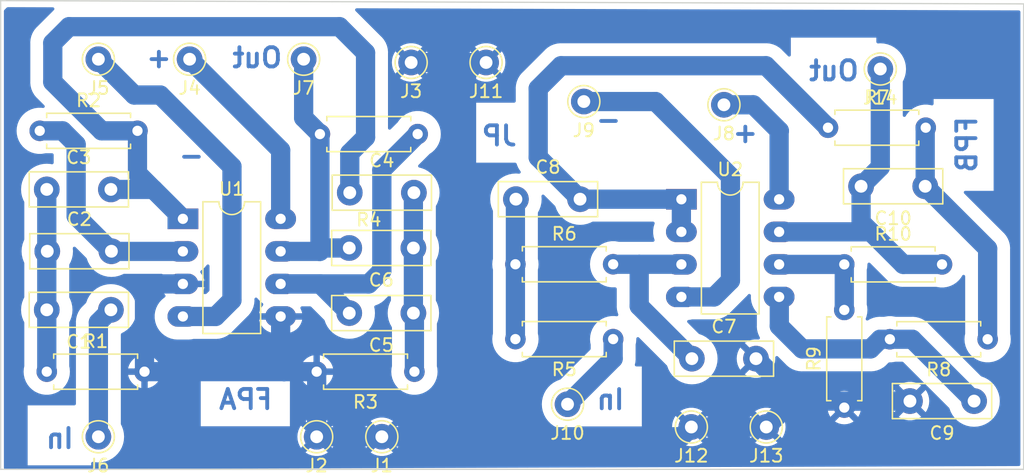
<source format=kicad_pcb>
(kicad_pcb (version 20221018) (generator pcbnew)
  (layers (0 "F.Cu" signal) (31 "B.Cu" signal) (34 "B.Paste" user) (35 "F.Paste" user) (36 "B.SilkS" user "B.Silkscreen") (37 "F.SilkS" user "F.Silkscreen") (38 "B.Mask" user) (39 "F.Mask" user) (44 "Edge.Cuts" user))
  (net 0 "")
  (net 1 "Net-(J6-Pin_1)")
  (net 2 "Net-(C1-Pad2)")
  (net 3 "Net-(U1A--)")
  (net 4 "Net-(C3-Pad2)")
  (net 5 "Net-(C4-Pad2)")
  (net 6 "Net-(U1B--)")
  (net 7 "Net-(J7-Pin_1)")
  (net 8 "Net-(U2A-+)")
  (net 9 "GND")
  (net 10 "Net-(C8-Pad1)")
  (net 11 "Net-(U2A--)")
  (net 12 "Net-(U2B-+)")
  (net 13 "Net-(C10-Pad1)")
  (net 14 "Net-(J14-Pin_1)")
  (net 15 "Net-(J4-Pin_1)")
  (net 16 "Net-(J5-Pin_1)")
  (net 17 "Net-(J8-Pin_1)")
  (net 18 "Net-(J9-Pin_1)")
  (net 19 "Net-(J10-Pin_1)")
  (net 20 "Net-(U2B--)")
  (footprint "Resistor_THT:R_Axial_DIN0207_L6.3mm_D2.5mm_P7.62mm_Horizontal" (layer "F.Cu") (at 28.443 36.566)
    (fp_text reference "R2" (at 3.81 -2.37) (layer "F.SilkS"))
    (fp_text value "R")
    (fp_line (start 0.54 -1.37) (end 7.08 -1.37) (stroke (width 0.12)) (layer "F.SilkS"))
    (fp_line (start 0.54 -1.04) (end 0.54 -1.37) (stroke (width 0.12)) (layer "F.SilkS"))
    (fp_line (start 0.54 1.04) (end 0.54 1.37) (stroke (width 0.12)) (layer "F.SilkS"))
    (fp_line (start 0.54 1.37) (end 7.08 1.37) (stroke (width 0.12)) (layer "F.SilkS"))
    (fp_line (start 7.08 -1.37) (end 7.08 -1.04) (stroke (width 0.12)) (layer "F.SilkS"))
    (fp_line (start 7.08 1.37) (end 7.08 1.04) (stroke (width 0.12)) (layer "F.SilkS"))
    (pad "1" thru_hole circle (at 0 0) (size 1.6 1.6) (drill 0.8) (layers "*.Cu" "*.Mask") (net 3 "Net-(U1A--)"))
    (pad "2" thru_hole oval (at 7.62 0) (size 1.6 1.6) (drill 0.8) (layers "*.Cu" "*.Mask") (net 4 "Net-(C3-Pad2)"))
  )
  (footprint "Capacitor_THT:C_Disc_D7.5mm_W2.5mm_P5.00mm" (layer "F.Cu") (at 101.286 57.658 180)
    (fp_text reference "C9" (at 2.5 -2.5) (layer "F.SilkS"))
    (fp_text value "C")
    (fp_line (start -1.37 -1.37) (end -1.37 1.37) (stroke (width 0.12)) (layer "F.SilkS"))
    (fp_line (start -1.37 -1.37) (end 6.37 -1.37) (stroke (width 0.12)) (layer "F.SilkS"))
    (fp_line (start -1.37 1.37) (end 6.37 1.37) (stroke (width 0.12)) (layer "F.SilkS"))
    (fp_line (start 6.37 -1.37) (end 6.37 1.37) (stroke (width 0.12)) (layer "F.SilkS"))
    (pad "1" thru_hole circle (at 0 0 180) (size 2 2) (drill 1) (layers "*.Cu" "*.Mask") (net 12 "Net-(U2B-+)"))
    (pad "2" thru_hole circle (at 5 0 180) (size 2 2) (drill 1) (layers "*.Cu" "*.Mask") (net 9 "GND"))
  )
  (footprint "Connector_Pin:Pin_D1.0mm_L10.0mm" (layer "F.Cu") (at 70.861 34.28)
    (fp_text reference "J9" (at 0 2.25) (layer "F.SilkS"))
    (fp_text value "-15")
    (fp_circle (center 0 0) (end 1.25 0.05) (stroke (width 0.12)) (fill none) (layer "F.SilkS"))
    (pad "1" thru_hole circle (at 0 0) (size 2 2) (drill 1) (layers "*.Cu" "*.Mask") (net 18 "Net-(J9-Pin_1)"))
  )
  (footprint "Package_DIP:DIP-8_W7.62mm_LongPads" (layer "F.Cu") (at 39.604 43.434)
    (fp_text reference "U1" (at 3.81 -2.33) (layer "F.SilkS"))
    (fp_text value "TL082")
    (fp_line (start 1.56 -1.33) (end 1.56 8.95) (stroke (width 0.12)) (layer "F.SilkS"))
    (fp_line (start 1.56 8.95) (end 6.06 8.95) (stroke (width 0.12)) (layer "F.SilkS"))
    (fp_line (start 2.81 -1.33) (end 1.56 -1.33) (stroke (width 0.12)) (layer "F.SilkS"))
    (fp_line (start 6.06 -1.33) (end 4.81 -1.33) (stroke (width 0.12)) (layer "F.SilkS"))
    (fp_line (start 6.06 8.95) (end 6.06 -1.33) (stroke (width 0.12)) (layer "F.SilkS"))
    (fp_arc (start 4.81 -1.33) (mid 3.81 -0.33) (end 2.81 -1.33) (stroke (width 0.12)) (layer "F.SilkS"))
    (pad "1" thru_hole rect (at 0 0) (size 2.4 1.6) (drill 0.8) (layers "*.Cu" "*.Mask") (net 4 "Net-(C3-Pad2)"))
    (pad "2" thru_hole oval (at 0 2.54) (size 2.4 1.6) (drill 0.8) (layers "*.Cu" "*.Mask") (net 3 "Net-(U1A--)"))
    (pad "3" thru_hole oval (at 0 5.08) (size 2.4 1.6) (drill 0.8) (layers "*.Cu" "*.Mask") (net 9 "GND"))
    (pad "4" thru_hole oval (at 0 7.62) (size 2.4 1.6) (drill 0.8) (layers "*.Cu" "*.Mask") (net 16 "Net-(J5-Pin_1)"))
    (pad "5" thru_hole oval (at 7.62 7.62) (size 2.4 1.6) (drill 0.8) (layers "*.Cu" "*.Mask") (net 9 "GND"))
    (pad "6" thru_hole oval (at 7.62 5.08) (size 2.4 1.6) (drill 0.8) (layers "*.Cu" "*.Mask") (net 6 "Net-(U1B--)"))
    (pad "7" thru_hole oval (at 7.62 2.54) (size 2.4 1.6) (drill 0.8) (layers "*.Cu" "*.Mask") (net 7 "Net-(J7-Pin_1)"))
    (pad "8" thru_hole oval (at 7.62 0) (size 2.4 1.6) (drill 0.8) (layers "*.Cu" "*.Mask") (net 15 "Net-(J4-Pin_1)"))
  )
  (footprint "Connector_Pin:Pin_D1.0mm_L10.0mm" (layer "F.Cu") (at 93.975 31.74)
    (fp_text reference "J14" (at 0 2.25) (layer "F.SilkS"))
    (fp_text value "out_FPB")
    (fp_circle (center 0 0) (end 1.25 0.05) (stroke (width 0.12)) (fill none) (layer "F.SilkS"))
    (pad "1" thru_hole circle (at 0 0) (size 2 2) (drill 1) (layers "*.Cu" "*.Mask") (net 14 "Net-(J14-Pin_1)"))
  )
  (footprint "Capacitor_THT:C_Disc_D7.5mm_W2.5mm_P5.00mm" (layer "F.Cu") (at 97.476 40.894 180)
    (fp_text reference "C10" (at 2.5 -2.5) (layer "F.SilkS"))
    (fp_text value "C")
    (fp_line (start -1.37 -1.37) (end -1.37 1.37) (stroke (width 0.12)) (layer "F.SilkS"))
    (fp_line (start -1.37 -1.37) (end 6.37 -1.37) (stroke (width 0.12)) (layer "F.SilkS"))
    (fp_line (start -1.37 1.37) (end 6.37 1.37) (stroke (width 0.12)) (layer "F.SilkS"))
    (fp_line (start 6.37 -1.37) (end 6.37 1.37) (stroke (width 0.12)) (layer "F.SilkS"))
    (pad "1" thru_hole circle (at 0 0 180) (size 2 2) (drill 1) (layers "*.Cu" "*.Mask") (net 13 "Net-(C10-Pad1)"))
    (pad "2" thru_hole circle (at 5 0 180) (size 2 2) (drill 1) (layers "*.Cu" "*.Mask") (net 14 "Net-(J14-Pin_1)"))
  )
  (footprint "Connector_Pin:Pin_D1.0mm_L10.0mm" (layer "F.Cu") (at 69.591 57.902)
    (fp_text reference "J10" (at 0 2.25) (layer "F.SilkS"))
    (fp_text value "in_FPB")
    (fp_circle (center 0 0) (end 1.25 0.05) (stroke (width 0.12)) (fill none) (layer "F.SilkS"))
    (pad "1" thru_hole circle (at 0 0) (size 2 2) (drill 1) (layers "*.Cu" "*.Mask") (net 19 "Net-(J10-Pin_1)"))
  )
  (footprint "Resistor_THT:R_Axial_DIN0207_L6.3mm_D2.5mm_P7.62mm_Horizontal" (layer "F.Cu") (at 91.166 46.99)
    (fp_text reference "R10" (at 3.81 -2.37) (layer "F.SilkS"))
    (fp_text value "R")
    (fp_line (start 0.54 -1.37) (end 7.08 -1.37) (stroke (width 0.12)) (layer "F.SilkS"))
    (fp_line (start 0.54 -1.04) (end 0.54 -1.37) (stroke (width 0.12)) (layer "F.SilkS"))
    (fp_line (start 0.54 1.04) (end 0.54 1.37) (stroke (width 0.12)) (layer "F.SilkS"))
    (fp_line (start 0.54 1.37) (end 7.08 1.37) (stroke (width 0.12)) (layer "F.SilkS"))
    (fp_line (start 7.08 -1.37) (end 7.08 -1.04) (stroke (width 0.12)) (layer "F.SilkS"))
    (fp_line (start 7.08 1.37) (end 7.08 1.04) (stroke (width 0.12)) (layer "F.SilkS"))
    (pad "1" thru_hole circle (at 0 0) (size 1.6 1.6) (drill 0.8) (layers "*.Cu" "*.Mask") (net 20 "Net-(U2B--)"))
    (pad "2" thru_hole oval (at 7.62 0) (size 1.6 1.6) (drill 0.8) (layers "*.Cu" "*.Mask") (net 14 "Net-(J14-Pin_1)"))
  )
  (footprint "Capacitor_THT:C_Disc_D7.5mm_W2.5mm_P5.00mm" (layer "F.Cu") (at 65.567 41.9)
    (fp_text reference "C8" (at 2.5 -2.5) (layer "F.SilkS"))
    (fp_text value "C")
    (fp_line (start -1.37 -1.37) (end -1.37 1.37) (stroke (width 0.12)) (layer "F.SilkS"))
    (fp_line (start -1.37 -1.37) (end 6.37 -1.37) (stroke (width 0.12)) (layer "F.SilkS"))
    (fp_line (start -1.37 1.37) (end 6.37 1.37) (stroke (width 0.12)) (layer "F.SilkS"))
    (fp_line (start 6.37 -1.37) (end 6.37 1.37) (stroke (width 0.12)) (layer "F.SilkS"))
    (pad "1" thru_hole circle (at 0 0) (size 2 2) (drill 1) (layers "*.Cu" "*.Mask") (net 10 "Net-(C8-Pad1)"))
    (pad "2" thru_hole circle (at 5 0) (size 2 2) (drill 1) (layers "*.Cu" "*.Mask") (net 11 "Net-(U2A--)"))
  )
  (footprint "Capacitor_THT:C_Disc_D7.5mm_W2.5mm_P5.00mm" (layer "F.Cu") (at 33.991 50.536 180)
    (fp_text reference "C1" (at 2.5 -2.5) (layer "F.SilkS"))
    (fp_text value "C")
    (fp_line (start -1.37 -1.37) (end -1.37 1.37) (stroke (width 0.12)) (layer "F.SilkS"))
    (fp_line (start -1.37 -1.37) (end 6.37 -1.37) (stroke (width 0.12)) (layer "F.SilkS"))
    (fp_line (start -1.37 1.37) (end 6.37 1.37) (stroke (width 0.12)) (layer "F.SilkS"))
    (fp_line (start 6.37 -1.37) (end 6.37 1.37) (stroke (width 0.12)) (layer "F.SilkS"))
    (pad "1" thru_hole circle (at 0 0 180) (size 2 2) (drill 1) (layers "*.Cu" "*.Mask") (net 1 "Net-(J6-Pin_1)"))
    (pad "2" thru_hole circle (at 5 0 180) (size 2 2) (drill 1) (layers "*.Cu" "*.Mask") (net 2 "Net-(C1-Pad2)"))
  )
  (footprint "Connector_Pin:Pin_D1.0mm_L10.0mm" (layer "F.Cu") (at 33.015 30.978)
    (fp_text reference "J5" (at 0 2.25) (layer "F.SilkS"))
    (fp_text value "-15")
    (fp_circle (center 0 0) (end 1.25 0.05) (stroke (width 0.12)) (fill none) (layer "F.SilkS"))
    (pad "1" thru_hole circle (at 0 0) (size 2 2) (drill 1) (layers "*.Cu" "*.Mask") (net 16 "Net-(J5-Pin_1)"))
  )
  (footprint "Capacitor_THT:C_Disc_D7.5mm_W2.5mm_P5.00mm" (layer "F.Cu") (at 79.283 54.346)
    (fp_text reference "C7" (at 2.5 -2.5) (layer "F.SilkS"))
    (fp_text value "C")
    (fp_line (start -1.37 -1.37) (end -1.37 1.37) (stroke (width 0.12)) (layer "F.SilkS"))
    (fp_line (start -1.37 -1.37) (end 6.37 -1.37) (stroke (width 0.12)) (layer "F.SilkS"))
    (fp_line (start -1.37 1.37) (end 6.37 1.37) (stroke (width 0.12)) (layer "F.SilkS"))
    (fp_line (start 6.37 -1.37) (end 6.37 1.37) (stroke (width 0.12)) (layer "F.SilkS"))
    (pad "1" thru_hole circle (at 0 0) (size 2 2) (drill 1) (layers "*.Cu" "*.Mask") (net 8 "Net-(U2A-+)"))
    (pad "2" thru_hole circle (at 5 0) (size 2 2) (drill 1) (layers "*.Cu" "*.Mask") (net 9 "GND"))
  )
  (footprint "Connector_Pin:Pin_D1.0mm_L10.0mm" (layer "F.Cu") (at 85.085 59.68)
    (fp_text reference "J13" (at 0 2.25) (layer "F.SilkS"))
    (fp_text value "gnd")
    (fp_circle (center 0 0) (end 1.25 0.05) (stroke (width 0.12)) (fill none) (layer "F.SilkS"))
    (pad "1" thru_hole circle (at 0 0) (size 2 2) (drill 1) (layers "*.Cu" "*.Mask") (net 9 "GND"))
  )
  (footprint "Capacitor_THT:C_Disc_D7.5mm_W2.5mm_P5.00mm" (layer "F.Cu") (at 57.573 45.71 180)
    (fp_text reference "C6" (at 2.5 -2.5) (layer "F.SilkS"))
    (fp_text value "C")
    (fp_line (start -1.37 -1.37) (end -1.37 1.37) (stroke (width 0.12)) (layer "F.SilkS"))
    (fp_line (start -1.37 -1.37) (end 6.37 -1.37) (stroke (width 0.12)) (layer "F.SilkS"))
    (fp_line (start -1.37 1.37) (end 6.37 1.37) (stroke (width 0.12)) (layer "F.SilkS"))
    (fp_line (start 6.37 -1.37) (end 6.37 1.37) (stroke (width 0.12)) (layer "F.SilkS"))
    (pad "1" thru_hole circle (at 0 0 180) (size 2 2) (drill 1) (layers "*.Cu" "*.Mask") (net 5 "Net-(C4-Pad2)"))
    (pad "2" thru_hole circle (at 5 0 180) (size 2 2) (drill 1) (layers "*.Cu" "*.Mask") (net 7 "Net-(J7-Pin_1)"))
  )
  (footprint "Capacitor_THT:C_Disc_D7.5mm_W2.5mm_P5.00mm" (layer "F.Cu") (at 28.991 41.138)
    (fp_text reference "C3" (at 2.5 -2.5) (layer "F.SilkS"))
    (fp_text value "C")
    (fp_line (start -1.37 -1.37) (end -1.37 1.37) (stroke (width 0.12)) (layer "F.SilkS"))
    (fp_line (start -1.37 -1.37) (end 6.37 -1.37) (stroke (width 0.12)) (layer "F.SilkS"))
    (fp_line (start -1.37 1.37) (end 6.37 1.37) (stroke (width 0.12)) (layer "F.SilkS"))
    (fp_line (start 6.37 -1.37) (end 6.37 1.37) (stroke (width 0.12)) (layer "F.SilkS"))
    (pad "1" thru_hole circle (at 0 0) (size 2 2) (drill 1) (layers "*.Cu" "*.Mask") (net 2 "Net-(C1-Pad2)"))
    (pad "2" thru_hole circle (at 5 0) (size 2 2) (drill 1) (layers "*.Cu" "*.Mask") (net 4 "Net-(C3-Pad2)"))
  )
  (footprint "Connector_Pin:Pin_D1.0mm_L10.0mm" (layer "F.Cu") (at 63.241 31.232)
    (fp_text reference "J11" (at 0 2.25) (layer "F.SilkS"))
    (fp_text value "gnd")
    (fp_circle (center 0 0) (end 1.25 0.05) (stroke (width 0.12)) (fill none) (layer "F.SilkS"))
    (pad "1" thru_hole circle (at 0 0) (size 2 2) (drill 1) (layers "*.Cu" "*.Mask") (net 9 "GND"))
  )
  (footprint "Capacitor_THT:C_Disc_D7.5mm_W2.5mm_P5.00mm" (layer "F.Cu") (at 29.031 45.964)
    (fp_text reference "C2" (at 2.5 -2.5) (layer "F.SilkS"))
    (fp_text value "C")
    (fp_line (start -1.37 -1.37) (end -1.37 1.37) (stroke (width 0.12)) (layer "F.SilkS"))
    (fp_line (start -1.37 -1.37) (end 6.37 -1.37) (stroke (width 0.12)) (layer "F.SilkS"))
    (fp_line (start -1.37 1.37) (end 6.37 1.37) (stroke (width 0.12)) (layer "F.SilkS"))
    (fp_line (start 6.37 -1.37) (end 6.37 1.37) (stroke (width 0.12)) (layer "F.SilkS"))
    (pad "1" thru_hole circle (at 0 0) (size 2 2) (drill 1) (layers "*.Cu" "*.Mask") (net 2 "Net-(C1-Pad2)"))
    (pad "2" thru_hole circle (at 5 0) (size 2 2) (drill 1) (layers "*.Cu" "*.Mask") (net 3 "Net-(U1A--)"))
  )
  (footprint "Connector_Pin:Pin_D1.0mm_L10.0mm" (layer "F.Cu") (at 55.113 60.442)
    (fp_text reference "J1" (at 0 2.25) (layer "F.SilkS"))
    (fp_text value "gnd")
    (fp_circle (center 0 0) (end 1.25 0.05) (stroke (width 0.12)) (fill none) (layer "F.SilkS"))
    (pad "1" thru_hole circle (at 0 0) (size 2 2) (drill 1) (layers "*.Cu" "*.Mask") (net 9 "GND"))
  )
  (footprint "Connector_Pin:Pin_D1.0mm_L10.0mm" (layer "F.Cu") (at 50.033 60.442)
    (fp_text reference "J2" (at 0 2.25) (layer "F.SilkS"))
    (fp_text value "gnd")
    (fp_circle (center 0 0) (end 1.25 0.05) (stroke (width 0.12)) (fill none) (layer "F.SilkS"))
    (pad "1" thru_hole circle (at 0 0) (size 2 2) (drill 1) (layers "*.Cu" "*.Mask") (net 9 "GND"))
  )
  (footprint "Resistor_THT:R_Axial_DIN0207_L6.3mm_D2.5mm_P7.62mm_Horizontal" (layer "F.Cu") (at 57.653 55.362 180)
    (fp_text reference "R3" (at 3.81 -2.37) (layer "F.SilkS"))
    (fp_text value "R")
    (fp_line (start 0.54 -1.37) (end 7.08 -1.37) (stroke (width 0.12)) (layer "F.SilkS"))
    (fp_line (start 0.54 -1.04) (end 0.54 -1.37) (stroke (width 0.12)) (layer "F.SilkS"))
    (fp_line (start 0.54 1.04) (end 0.54 1.37) (stroke (width 0.12)) (layer "F.SilkS"))
    (fp_line (start 0.54 1.37) (end 7.08 1.37) (stroke (width 0.12)) (layer "F.SilkS"))
    (fp_line (start 7.08 -1.37) (end 7.08 -1.04) (stroke (width 0.12)) (layer "F.SilkS"))
    (fp_line (start 7.08 1.37) (end 7.08 1.04) (stroke (width 0.12)) (layer "F.SilkS"))
    (pad "1" thru_hole circle (at 0 0 180) (size 1.6 1.6) (drill 0.8) (layers "*.Cu" "*.Mask") (net 5 "Net-(C4-Pad2)"))
    (pad "2" thru_hole oval (at 7.62 0 180) (size 1.6 1.6) (drill 0.8) (layers "*.Cu" "*.Mask") (net 9 "GND"))
  )
  (footprint "Resistor_THT:R_Axial_DIN0207_L6.3mm_D2.5mm_P7.62mm_Horizontal" (layer "F.Cu") (at 91.166 58.166 90)
    (fp_text reference "R9" (at 3.81 -2.37 90) (layer "F.SilkS"))
    (fp_text value "R")
    (fp_line (start 0.54 -1.37) (end 7.08 -1.37) (stroke (width 0.12)) (layer "F.SilkS"))
    (fp_line (start 0.54 -1.04) (end 0.54 -1.37) (stroke (width 0.12)) (layer "F.SilkS"))
    (fp_line (start 0.54 1.04) (end 0.54 1.37) (stroke (width 0.12)) (layer "F.SilkS"))
    (fp_line (start 0.54 1.37) (end 7.08 1.37) (stroke (width 0.12)) (layer "F.SilkS"))
    (fp_line (start 7.08 -1.37) (end 7.08 -1.04) (stroke (width 0.12)) (layer "F.SilkS"))
    (fp_line (start 7.08 1.37) (end 7.08 1.04) (stroke (width 0.12)) (layer "F.SilkS"))
    (pad "1" thru_hole circle (at 0 0 90) (size 1.6 1.6) (drill 0.8) (layers "*.Cu" "*.Mask") (net 9 "GND"))
    (pad "2" thru_hole oval (at 7.62 0 90) (size 1.6 1.6) (drill 0.8) (layers "*.Cu" "*.Mask") (net 20 "Net-(U2B--)"))
  )
  (footprint "Resistor_THT:R_Axial_DIN0207_L6.3mm_D2.5mm_P7.62mm_Horizontal" (layer "F.Cu") (at 89.896 36.322)
    (fp_text reference "R7" (at 3.81 -2.37) (layer "F.SilkS"))
    (fp_text value "R")
    (fp_line (start 0.54 -1.37) (end 7.08 -1.37) (stroke (width 0.12)) (layer "F.SilkS"))
    (fp_line (start 0.54 -1.04) (end 0.54 -1.37) (stroke (width 0.12)) (layer "F.SilkS"))
    (fp_line (start 0.54 1.04) (end 0.54 1.37) (stroke (width 0.12)) (layer "F.SilkS"))
    (fp_line (start 0.54 1.37) (end 7.08 1.37) (stroke (width 0.12)) (layer "F.SilkS"))
    (fp_line (start 7.08 -1.37) (end 7.08 -1.04) (stroke (width 0.12)) (layer "F.SilkS"))
    (fp_line (start 7.08 1.37) (end 7.08 1.04) (stroke (width 0.12)) (layer "F.SilkS"))
    (pad "1" thru_hole circle (at 0 0) (size 1.6 1.6) (drill 0.8) (layers "*.Cu" "*.Mask") (net 11 "Net-(U2A--)"))
    (pad "2" thru_hole oval (at 7.62 0) (size 1.6 1.6) (drill 0.8) (layers "*.Cu" "*.Mask") (net 13 "Net-(C10-Pad1)"))
  )
  (footprint "Connector_Pin:Pin_D1.0mm_L10.0mm" (layer "F.Cu") (at 57.399 31.232)
    (fp_text reference "J3" (at 0 2.25) (layer "F.SilkS"))
    (fp_text value "gnd")
    (fp_circle (center 0 0) (end 1.25 0.05) (stroke (width 0.12)) (fill none) (layer "F.SilkS"))
    (pad "1" thru_hole circle (at 0 0) (size 2 2) (drill 1) (layers "*.Cu" "*.Mask") (net 9 "GND"))
  )
  (footprint "Resistor_THT:R_Axial_DIN0207_L6.3mm_D2.5mm_P7.62mm_Horizontal" (layer "F.Cu") (at 28.991 55.362)
    (fp_text reference "R1" (at 3.81 -2.37) (layer "F.SilkS"))
    (fp_text value "R")
    (fp_line (start 0.54 -1.37) (end 7.08 -1.37) (stroke (width 0.12)) (layer "F.SilkS"))
    (fp_line (start 0.54 -1.04) (end 0.54 -1.37) (stroke (width 0.12)) (layer "F.SilkS"))
    (fp_line (start 0.54 1.04) (end 0.54 1.37) (stroke (width 0.12)) (layer "F.SilkS"))
    (fp_line (start 0.54 1.37) (end 7.08 1.37) (stroke (width 0.12)) (layer "F.SilkS"))
    (fp_line (start 7.08 -1.37) (end 7.08 -1.04) (stroke (width 0.12)) (layer "F.SilkS"))
    (fp_line (start 7.08 1.37) (end 7.08 1.04) (stroke (width 0.12)) (layer "F.SilkS"))
    (pad "1" thru_hole circle (at 0 0) (size 1.6 1.6) (drill 0.8) (layers "*.Cu" "*.Mask") (net 2 "Net-(C1-Pad2)"))
    (pad "2" thru_hole oval (at 7.62 0) (size 1.6 1.6) (drill 0.8) (layers "*.Cu" "*.Mask") (net 9 "GND"))
  )
  (footprint "Connector_Pin:Pin_D1.0mm_L10.0mm" (layer "F.Cu") (at 40.127 30.978)
    (fp_text reference "J4" (at 0 2.25) (layer "F.SilkS"))
    (fp_text value "+15")
    (fp_circle (center 0 0) (end 1.25 0.05) (stroke (width 0.12)) (fill none) (layer "F.SilkS"))
    (pad "1" thru_hole circle (at 0 0) (size 2 2) (drill 1) (layers "*.Cu" "*.Mask") (net 15 "Net-(J4-Pin_1)"))
  )
  (footprint "Connector_Pin:Pin_D1.0mm_L10.0mm" (layer "F.Cu") (at 33.015 60.442)
    (fp_text reference "J6" (at 0 2.25) (layer "F.SilkS"))
    (fp_text value "in_FPA")
    (fp_circle (center 0 0) (end 1.25 0.05) (stroke (width 0.12)) (fill none) (layer "F.SilkS"))
    (pad "1" thru_hole circle (at 0 0) (size 2 2) (drill 1) (layers "*.Cu" "*.Mask") (net 1 "Net-(J6-Pin_1)"))
  )
  (footprint "Resistor_THT:R_Axial_DIN0207_L6.3mm_D2.5mm_P7.62mm_Horizontal" (layer "F.Cu") (at 65.527 46.98)
    (fp_text reference "R6" (at 3.81 -2.37) (layer "F.SilkS"))
    (fp_text value "R")
    (fp_line (start 0.54 -1.37) (end 7.08 -1.37) (stroke (width 0.12)) (layer "F.SilkS"))
    (fp_line (start 0.54 -1.04) (end 0.54 -1.37) (stroke (width 0.12)) (layer "F.SilkS"))
    (fp_line (start 0.54 1.04) (end 0.54 1.37) (stroke (width 0.12)) (layer "F.SilkS"))
    (fp_line (start 0.54 1.37) (end 7.08 1.37) (stroke (width 0.12)) (layer "F.SilkS"))
    (fp_line (start 7.08 -1.37) (end 7.08 -1.04) (stroke (width 0.12)) (layer "F.SilkS"))
    (fp_line (start 7.08 1.37) (end 7.08 1.04) (stroke (width 0.12)) (layer "F.SilkS"))
    (pad "1" thru_hole circle (at 0 0) (size 1.6 1.6) (drill 0.8) (layers "*.Cu" "*.Mask") (net 10 "Net-(C8-Pad1)"))
    (pad "2" thru_hole oval (at 7.62 0) (size 1.6 1.6) (drill 0.8) (layers "*.Cu" "*.Mask") (net 8 "Net-(U2A-+)"))
  )
  (footprint "Connector_Pin:Pin_D1.0mm_L10.0mm" (layer "F.Cu") (at 79.243 59.68)
    (fp_text reference "J12" (at 0 2.25) (layer "F.SilkS"))
    (fp_text value "gnd")
    (fp_circle (center 0 0) (end 1.25 0.05) (stroke (width 0.12)) (fill none) (layer "F.SilkS"))
    (pad "1" thru_hole circle (at 0 0) (size 2 2) (drill 1) (layers "*.Cu" "*.Mask") (net 9 "GND"))
  )
  (footprint "Capacitor_THT:C_Disc_D7.5mm_W2.5mm_P5.00mm" (layer "F.Cu") (at 52.613 41.392)
    (fp_text reference "C4" (at 2.5 -2.5) (layer "F.SilkS"))
    (fp_text value "C")
    (fp_line (start -1.37 -1.37) (end -1.37 1.37) (stroke (width 0.12)) (layer "F.SilkS"))
    (fp_line (start -1.37 -1.37) (end 6.37 -1.37) (stroke (width 0.12)) (layer "F.SilkS"))
    (fp_line (start -1.37 1.37) (end 6.37 1.37) (stroke (width 0.12)) (layer "F.SilkS"))
    (fp_line (start 6.37 -1.37) (end 6.37 1.37) (stroke (width 0.12)) (layer "F.SilkS"))
    (pad "1" thru_hole circle (at 0 0) (size 2 2) (drill 1) (layers "*.Cu" "*.Mask") (net 4 "Net-(C3-Pad2)"))
    (pad "2" thru_hole circle (at 5 0) (size 2 2) (drill 1) (layers "*.Cu" "*.Mask") (net 5 "Net-(C4-Pad2)"))
  )
  (footprint "Package_DIP:DIP-8_W7.62mm_LongPads" (layer "F.Cu") (at 78.466 41.91)
    (fp_text reference "U2" (at 3.81 -2.33) (layer "F.SilkS"))
    (fp_text value "TL082")
    (fp_line (start 1.56 -1.33) (end 1.56 8.95) (stroke (width 0.12)) (layer "F.SilkS"))
    (fp_line (start 1.56 8.95) (end 6.06 8.95) (stroke (width 0.12)) (layer "F.SilkS"))
    (fp_line (start 2.81 -1.33) (end 1.56 -1.33) (stroke (width 0.12)) (layer "F.SilkS"))
    (fp_line (start 6.06 -1.33) (end 4.81 -1.33) (stroke (width 0.12)) (layer "F.SilkS"))
    (fp_line (start 6.06 8.95) (end 6.06 -1.33) (stroke (width 0.12)) (layer "F.SilkS"))
    (fp_arc (start 4.81 -1.33) (mid 3.81 -0.33) (end 2.81 -1.33) (stroke (width 0.12)) (layer "F.SilkS"))
    (pad "1" thru_hole rect (at 0 0) (size 2.4 1.6) (drill 0.8) (layers "*.Cu" "*.Mask") (net 11 "Net-(U2A--)"))
    (pad "2" thru_hole oval (at 0 2.54) (size 2.4 1.6) (drill 0.8) (layers "*.Cu" "*.Mask") (net 11 "Net-(U2A--)"))
    (pad "3" thru_hole oval (at 0 5.08) (size 2.4 1.6) (drill 0.8) (layers "*.Cu" "*.Mask") (net 8 "Net-(U2A-+)"))
    (pad "4" thru_hole oval (at 0 7.62) (size 2.4 1.6) (drill 0.8) (layers "*.Cu" "*.Mask") (net 18 "Net-(J9-Pin_1)"))
    (pad "5" thru_hole oval (at 7.62 7.62) (size 2.4 1.6) (drill 0.8) (layers "*.Cu" "*.Mask") (net 12 "Net-(U2B-+)"))
    (pad "6" thru_hole oval (at 7.62 5.08) (size 2.4 1.6) (drill 0.8) (layers "*.Cu" "*.Mask") (net 20 "Net-(U2B--)"))
    (pad "7" thru_hole oval (at 7.62 2.54) (size 2.4 1.6) (drill 0.8) (layers "*.Cu" "*.Mask") (net 14 "Net-(J14-Pin_1)"))
    (pad "8" thru_hole oval (at 7.62 0) (size 2.4 1.6) (drill 0.8) (layers "*.Cu" "*.Mask") (net 17 "Net-(J8-Pin_1)"))
  )
  (footprint "Resistor_THT:R_Axial_DIN0207_L6.3mm_D2.5mm_P7.62mm_Horizontal" (layer "F.Cu") (at 102.342 52.832 180)
    (fp_text reference "R8" (at 3.81 -2.37) (layer "F.SilkS"))
    (fp_text value "R")
    (fp_line (start 0.54 -1.37) (end 7.08 -1.37) (stroke (width 0.12)) (layer "F.SilkS"))
    (fp_line (start 0.54 -1.04) (end 0.54 -1.37) (stroke (width 0.12)) (layer "F.SilkS"))
    (fp_line (start 0.54 1.04) (end 0.54 1.37) (stroke (width 0.12)) (layer "F.SilkS"))
    (fp_line (start 0.54 1.37) (end 7.08 1.37) (stroke (width 0.12)) (layer "F.SilkS"))
    (fp_line (start 7.08 -1.37) (end 7.08 -1.04) (stroke (width 0.12)) (layer "F.SilkS"))
    (fp_line (start 7.08 1.37) (end 7.08 1.04) (stroke (width 0.12)) (layer "F.SilkS"))
    (pad "1" thru_hole circle (at 0 0 180) (size 1.6 1.6) (drill 0.8) (layers "*.Cu" "*.Mask") (net 13 "Net-(C10-Pad1)"))
    (pad "2" thru_hole oval (at 7.62 0 180) (size 1.6 1.6) (drill 0.8) (layers "*.Cu" "*.Mask") (net 12 "Net-(U2B-+)"))
  )
  (footprint "Connector_Pin:Pin_D1.0mm_L10.0mm" (layer "F.Cu") (at 81.783 34.534)
    (fp_text reference "J8" (at 0 2.25) (layer "F.SilkS"))
    (fp_text value "+15")
    (fp_circle (center 0 0) (end 1.25 0.05) (stroke (width 0.12)) (fill none) (layer "F.SilkS"))
    (pad "1" thru_hole circle (at 0 0) (size 2 2) (drill 1) (layers "*.Cu" "*.Mask") (net 17 "Net-(J8-Pin_1)"))
  )
  (footprint "Resistor_THT:R_Axial_DIN0207_L6.3mm_D2.5mm_P7.62mm_Horizontal" (layer "F.Cu") (at 57.907 36.82 180)
    (fp_text reference "R4" (at 3.81 -6.688) (layer "F.SilkS"))
    (fp_text value "R")
    (fp_line (start 0.54 -1.37) (end 7.08 -1.37) (stroke (width 0.12)) (layer "F.SilkS"))
    (fp_line (start 0.54 -1.04) (end 0.54 -1.37) (stroke (width 0.12)) (layer "F.SilkS"))
    (fp_line (start 0.54 1.04) (end 0.54 1.37) (stroke (width 0.12)) (layer "F.SilkS"))
    (fp_line (start 0.54 1.37) (end 7.08 1.37) (stroke (width 0.12)) (layer "F.SilkS"))
    (fp_line (start 7.08 -1.37) (end 7.08 -1.04) (stroke (width 0.12)) (layer "F.SilkS"))
    (fp_line (start 7.08 1.37) (end 7.08 1.04) (stroke (width 0.12)) (layer "F.SilkS"))
    (pad "1" thru_hole circle (at 0 0 180) (size 1.6 1.6) (drill 0.8) (layers "*.Cu" "*.Mask") (net 6 "Net-(U1B--)"))
    (pad "2" thru_hole oval (at 7.62 0 180) (size 1.6 1.6) (drill 0.8) (layers "*.Cu" "*.Mask") (net 7 "Net-(J7-Pin_1)"))
  )
  (footprint "Capacitor_THT:C_Disc_D7.5mm_W2.5mm_P5.00mm" (layer "F.Cu") (at 57.573 50.79 180)
    (fp_text reference "C5" (at 2.5 -2.5) (layer "F.SilkS"))
    (fp_text value "C")
    (fp_line (start -1.37 -1.37) (end -1.37 1.37) (stroke (width 0.12)) (layer "F.SilkS"))
    (fp_line (start -1.37 -1.37) (end 6.37 -1.37) (stroke (width 0.12)) (layer "F.SilkS"))
    (fp_line (start -1.37 1.37) (end 6.37 1.37) (stroke (width 0.12)) (layer "F.SilkS"))
    (fp_line (start 6.37 -1.37) (end 6.37 1.37) (stroke (width 0.12)) (layer "F.SilkS"))
    (pad "1" thru_hole circle (at 0 0 180) (size 2 2) (drill 1) (layers "*.Cu" "*.Mask") (net 5 "Net-(C4-Pad2)"))
    (pad "2" thru_hole circle (at 5 0 180) (size 2 2) (drill 1) (layers "*.Cu" "*.Mask") (net 6 "Net-(U1B--)"))
  )
  (footprint "Resistor_THT:R_Axial_DIN0207_L6.3mm_D2.5mm_P7.62mm_Horizontal" (layer "F.Cu") (at 73.147 52.822 180)
    (fp_text reference "R5" (at 3.81 -2.37) (layer "F.SilkS"))
    (fp_text value "R")
    (fp_line (start 0.54 -1.37) (end 7.08 -1.37) (stroke (width 0.12)) (layer "F.SilkS"))
    (fp_line (start 0.54 -1.04) (end 0.54 -1.37) (stroke (width 0.12)) (layer "F.SilkS"))
    (fp_line (start 0.54 1.04) (end 0.54 1.37) (stroke (width 0.12)) (layer "F.SilkS"))
    (fp_line (start 0.54 1.37) (end 7.08 1.37) (stroke (width 0.12)) (layer "F.SilkS"))
    (fp_line (start 7.08 -1.37) (end 7.08 -1.04) (stroke (width 0.12)) (layer "F.SilkS"))
    (fp_line (start 7.08 1.37) (end 7.08 1.04) (stroke (width 0.12)) (layer "F.SilkS"))
    (pad "1" thru_hole circle (at 0 0 180) (size 1.6 1.6) (drill 0.8) (layers "*.Cu" "*.Mask") (net 19 "Net-(J10-Pin_1)"))
    (pad "2" thru_hole oval (at 7.62 0 180) (size 1.6 1.6) (drill 0.8) (layers "*.Cu" "*.Mask") (net 10 "Net-(C8-Pad1)"))
  )
  (footprint "Connector_Pin:Pin_D1.0mm_L10.0mm" (layer "F.Cu") (at 49.017 30.978)
    (fp_text reference "J7" (at 0 2.25) (layer "F.SilkS"))
    (fp_text value "out_FPA")
    (fp_circle (center 0 0) (end 1.25 0.05) (stroke (width 0.12)) (fill none) (layer "F.SilkS"))
    (pad "1" thru_hole circle (at 0 0) (size 2 2) (drill 1) (layers "*.Cu" "*.Mask") (net 7 "Net-(J7-Pin_1)"))
  )
  (gr_line (start 25.395 62.982) (end 25.395 26.406) (stroke (width 0.1)) (layer "Edge.Cuts"))
  (gr_line (start 105.151 62.982) (end 26.665 62.982) (stroke (width 0.1)) (layer "Edge.Cuts"))
  (gr_line (start 105.151 26.66) (end 105.151 62.22) (stroke (width 0.1)) (layer "Edge.Cuts"))
  (gr_line (start 105.151 62.22) (end 105.151 62.982) (stroke (width 0.1)) (layer "Edge.Cuts"))
  (gr_line (start 25.395 26.406) (end 105.151 26.66) (stroke (width 0.1)) (layer "Edge.Cuts"))
  (gr_line (start 26.665 62.982) (end 25.395 62.982) (stroke (width 0.1)) (layer "Edge.Cuts"))
  (gr_text "Out\n" (at 92.451 32.756) (layer "B.Cu") (effects (font (size 1.5 1.5) (thickness 0.3) bold) (justify left bottom mirror)))
  (gr_text "+\n" (at 38.857 31.74) (layer "B.Cu") (effects (font (size 1.5 1.5) (thickness 0.3) bold) (justify left bottom mirror)))
  (gr_text "In\n" (at 74.168 58.42) (layer "B.Cu") (effects (font (size 1.5 1.5) (thickness 0.3) bold) (justify left bottom mirror)))
  (gr_text "In\n" (at 31.237 61.458) (layer "B.Cu") (effects (font (size 1.5 1.5) (thickness 0.3) bold) (justify left bottom mirror)))
  (gr_text "-\n" (at 73.909 36.566) (layer "B.Cu") (effects (font (size 1.5 1.5) (thickness 0.3) bold) (justify left bottom mirror)))
  (gr_text "Out" (at 47.493 31.74) (layer "B.Cu") (effects (font (size 1.5 1.5) (thickness 0.3) bold) (justify left bottom mirror)))
  (gr_text "+\n" (at 84.577 37.582) (layer "B.Cu") (effects (font (size 1.5 1.5) (thickness 0.3) bold) (justify left bottom mirror)))
  (gr_text "JP\n" (at 65.781 37.836) (layer "B.Cu") (effects (font (size 1.5 1.5) (thickness 0.3) bold) (justify left bottom mirror)))
  (gr_text "FPA" (at 46.731 58.41) (layer "B.Cu") (effects (font (size 1.5 1.5) (thickness 0.3) bold) (justify left bottom mirror)))
  (gr_text "-" (at 41.397 39.36) (layer "B.Cu") (effects (font (size 1.5 1.5) (thickness 0.3) bold) (justify left bottom mirror)))
  (gr_text "FPB" (at 101.595 35.296 90) (layer "B.Cu") (effects (font (size 1.5 1.5) (thickness 0.3) bold) (justify left bottom mirror)))
  (segment (start 33.015 51.512) (end 33.991 50.536) (width 1.5) (layer "B.Cu") (net 1))
  (segment (start 33.015 60.442) (end 33.015 51.512) (width 1.5) (layer "B.Cu") (net 1))
  (segment (start 28.991 55.362) (end 28.991 50.536) (width 1.5) (layer "B.Cu") (net 2))
  (segment (start 28.991 46.004) (end 29.031 45.964) (width 1.5) (layer "B.Cu") (net 2))
  (segment (start 28.991 41.138) (end 28.991 45.924) (width 1.5) (layer "B.Cu") (net 2))
  (segment (start 28.991 50.536) (end 28.991 46.004) (width 1.5) (layer "B.Cu") (net 2))
  (segment (start 28.991 45.924) (end 29.031 45.964) (width 1.5) (layer "B.Cu") (net 2))
  (segment (start 31.281 37.626) (end 30.221 36.566) (width 1.5) (layer "B.Cu") (net 3))
  (segment (start 34.041 45.974) (end 34.031 45.964) (width 1.5) (layer "B.Cu") (net 3))
  (segment (start 30.221 36.566) (end 28.443 36.566) (width 1.5) (layer "B.Cu") (net 3))
  (segment (start 34.031 45.964) (end 31.281 43.214) (width 1.5) (layer "B.Cu") (net 3))
  (segment (start 39.604 45.974) (end 34.041 45.974) (width 1.5) (layer "B.Cu") (net 3))
  (segment (start 31.281 43.214) (end 31.281 37.626) (width 1.5) (layer "B.Cu") (net 3))
  (segment (start 53.843 30.47) (end 51.811 28.438) (width 1.5) (layer "B.Cu") (net 4))
  (segment (start 29.459 29.708) (end 29.459 32.756) (width 1.5) (layer "B.Cu") (net 4))
  (segment (start 29.459 32.756) (end 33.269 36.566) (width 1.5) (layer "B.Cu") (net 4))
  (segment (start 37.308 41.138) (end 39.604 43.434) (width 1.5) (layer "B.Cu") (net 4))
  (segment (start 53.843 37.074) (end 53.843 30.47) (width 1.5) (layer "B.Cu") (net 4))
  (segment (start 52.613 41.392) (end 52.613 38.304) (width 1.5) (layer "B.Cu") (net 4))
  (segment (start 36.063 39.893) (end 39.604 43.434) (width 1.5) (layer "B.Cu") (net 4))
  (segment (start 30.729 28.438) (end 29.459 29.708) (width 1.5) (layer "B.Cu") (net 4))
  (segment (start 52.613 38.304) (end 53.843 37.074) (width 1.5) (layer "B.Cu") (net 4))
  (segment (start 33.991 41.138) (end 37.308 41.138) (width 1.5) (layer "B.Cu") (net 4))
  (segment (start 51.811 28.438) (end 30.729 28.438) (width 1.5) (layer "B.Cu") (net 4))
  (segment (start 33.269 36.566) (end 36.063 36.566) (width 1.5) (layer "B.Cu") (net 4))
  (segment (start 36.063 36.566) (end 36.063 39.893) (width 1.5) (layer "B.Cu") (net 4))
  (segment (start 57.653 50.87) (end 57.573 50.79) (width 1.5) (layer "B.Cu") (net 5))
  (segment (start 57.653 55.362) (end 57.653 50.87) (width 1.5) (layer "B.Cu") (net 5))
  (segment (start 57.573 45.71) (end 57.573 41.432) (width 1.5) (layer "B.Cu") (net 5))
  (segment (start 57.573 50.79) (end 57.573 45.71) (width 1.5) (layer "B.Cu") (net 5))
  (segment (start 57.573 41.432) (end 57.613 41.392) (width 1.5) (layer "B.Cu") (net 5))
  (segment (start 54.087 48.514) (end 47.224 48.514) (width 1.5) (layer "B.Cu") (net 6))
  (segment (start 52.573 50.79) (end 50.297 48.514) (width 1.5) (layer "B.Cu") (net 6))
  (segment (start 55.113 39.614) (end 55.113 47.488) (width 1.5) (layer "B.Cu") (net 6))
  (segment (start 55.113 47.488) (end 54.087 48.514) (width 1.5) (layer "B.Cu") (net 6))
  (segment (start 57.907 36.82) (end 55.113 39.614) (width 1.5) (layer "B.Cu") (net 6))
  (segment (start 50.297 48.514) (end 47.224 48.514) (width 1.5) (layer "B.Cu") (net 6))
  (segment (start 50.277 45.974) (end 47.224 45.974) (width 1.5) (layer "B.Cu") (net 7))
  (segment (start 52.573 45.71) (end 50.541 45.71) (width 1.5) (layer "B.Cu") (net 7))
  (segment (start 50.287 36.82) (end 50.287 45.964) (width 1.5) (layer "B.Cu") (net 7))
  (segment (start 49.017 30.978) (end 49.017 35.55) (width 1.5) (layer "B.Cu") (net 7))
  (segment (start 50.541 45.71) (end 50.277 45.974) (width 1.5) (layer "B.Cu") (net 7))
  (segment (start 50.287 45.964) (end 50.277 45.974) (width 1.5) (layer "B.Cu") (net 7))
  (segment (start 49.017 35.55) (end 50.287 36.82) (width 1.5) (layer "B.Cu") (net 7))
  (segment (start 73.147 46.98) (end 75.179 46.98) (width 1.5) (layer "B.Cu") (net 8))
  (segment (start 79.283 54.346) (end 75.179 50.242) (width 1.5) (layer "B.Cu") (net 8))
  (segment (start 75.179 46.98) (end 78.456 46.98) (width 1.5) (layer "B.Cu") (net 8))
  (segment (start 75.179 50.242) (end 75.179 46.98) (width 1.5) (layer "B.Cu") (net 8))
  (segment (start 78.456 46.98) (end 78.466 46.99) (width 1.5) (layer "B.Cu") (net 8))
  (segment (start 96.286 57.658) (end 91.674 57.658) (width 1.5) (layer "B.Cu") (net 9))
  (segment (start 47.224 51.054) (end 47.224 55.093) (width 1.5) (layer "B.Cu") (net 9))
  (segment (start 87.595 57.658) (end 96.286 57.658) (width 1.5) (layer "B.Cu") (net 9))
  (segment (start 61.717 57.394) (end 61.717 31.994) (width 1.5) (layer "B.Cu") (net 9))
  (segment (start 47.493 55.362) (end 50.033 55.362) (width 1.5) (layer "B.Cu") (net 9))
  (segment (start 84.283 54.346) (end 87.595 57.658) (width 1.5) (layer "B.Cu") (net 9))
  (segment (start 87.107 57.658) (end 87.595 57.658) (width 1.5) (layer "B.Cu") (net 9))
  (segment (start 36.904 48.514) (end 39.604 48.514) (width 1.5) (layer "B.Cu") (net 9))
  (segment (start 57.399 31.232) (end 60.955 31.232) (width 1.5) (layer "B.Cu") (net 9))
  (segment (start 36.611 48.807) (end 36.904 48.514) (width 1.5) (layer "B.Cu") (net 9))
  (segment (start 55.113 60.442) (end 58.669 60.442) (width 1.5) (layer "B.Cu") (net 9))
  (segment (start 60.955 31.232) (end 63.241 31.232) (width 1.5) (layer "B.Cu") (net 9))
  (segment (start 79.243 59.68) (end 85.085 59.68) (width 1.5) (layer "B.Cu") (net 9))
  (segment (start 58.669 60.442) (end 61.717 57.394) (width 1.5) (layer "B.Cu") (net 9))
  (segment (start 91.674 57.658) (end 91.166 58.166) (width 1.5) (layer "B.Cu") (net 9))
  (segment (start 85.085 59.68) (end 87.107 57.658) (width 1.5) (layer "B.Cu") (net 9))
  (segment (start 50.033 55.362) (end 50.033 60.442) (width 1.5) (layer "B.Cu") (net 9))
  (segment (start 47.224 55.093) (end 47.493 55.362) (width 1.5) (layer "B.Cu") (net 9))
  (segment (start 36.611 55.362) (end 36.611 48.807) (width 1.5) (layer "B.Cu") (net 9))
  (segment (start 78.481 60.442) (end 79.243 59.68) (width 1.5) (layer "B.Cu") (net 9))
  (segment (start 55.113 60.442) (end 78.481 60.442) (width 1.5) (layer "B.Cu") (net 9))
  (segment (start 55.113 60.442) (end 50.033 60.442) (width 1.5) (layer "B.Cu") (net 9))
  (segment (start 61.717 31.994) (end 60.955 31.232) (width 1.5) (layer "B.Cu") (net 9))
  (segment (start 36.611 55.362) (end 47.493 55.362) (width 1.5) (layer "B.Cu") (net 9))
  (segment (start 65.527 46.98) (end 65.527 41.94) (width 1.5) (layer "B.Cu") (net 10))
  (segment (start 65.527 41.94) (end 65.567 41.9) (width 1.5) (layer "B.Cu") (net 10))
  (segment (start 65.527 52.822) (end 65.527 46.98) (width 1.5) (layer "B.Cu") (net 10))
  (segment (start 69.083 31.486) (end 67.305 33.264) (width 1.5) (layer "B.Cu") (net 11))
  (segment (start 78.466 41.91) (end 78.466 44.45) (width 1.5) (layer "B.Cu") (net 11))
  (segment (start 70.567 41.9) (end 78.456 41.9) (width 1.5) (layer "B.Cu") (net 11))
  (segment (start 78.456 41.9) (end 78.466 41.91) (width 1.5) (layer "B.Cu") (net 11))
  (segment (start 67.305 33.264) (end 67.305 38.638) (width 1.5) (layer "B.Cu") (net 11))
  (segment (start 85.06 31.486) (end 69.083 31.486) (width 1.5) (layer "B.Cu") (net 11))
  (segment (start 67.305 38.638) (end 70.567 41.9) (width 1.5) (layer "B.Cu") (net 11))
  (segment (start 89.896 36.322) (end 85.06 31.486) (width 1.5) (layer "B.Cu") (net 11))
  (segment (start 94.722 52.832) (end 96.46 52.832) (width 1.5) (layer "B.Cu") (net 12))
  (segment (start 96.46 52.832) (end 101.286 57.658) (width 1.5) (layer "B.Cu") (net 12))
  (segment (start 93.965 52.832) (end 93.213 53.584) (width 1.5) (layer "B.Cu") (net 12))
  (segment (start 94.722 52.832) (end 93.965 52.832) (width 1.5) (layer "B.Cu") (net 12))
  (segment (start 93.213 53.584) (end 87.879 53.584) (width 1.5) (layer "B.Cu") (net 12))
  (segment (start 87.879 53.584) (end 86.101 51.806) (width 1.5) (layer "B.Cu") (net 12))
  (segment (start 86.101 51.806) (end 86.101 49.545) (width 1.5) (layer "B.Cu") (net 12))
  (segment (start 86.101 49.545) (end 86.086 49.53) (width 1.5) (layer "B.Cu") (net 12))
  (segment (start 97.476 36.362) (end 97.516 36.322) (width 1.5) (layer "B.Cu") (net 13))
  (segment (start 97.476 40.894) (end 97.476 36.362) (width 1.5) (layer "B.Cu") (net 13))
  (segment (start 102.342 45.76) (end 97.476 40.894) (width 1.5) (layer "B.Cu") (net 13))
  (segment (start 102.342 52.832) (end 102.342 45.76) (width 1.5) (layer "B.Cu") (net 13))
  (segment (start 92.476 43.703) (end 93.213 44.44) (width 1.5) (layer "B.Cu") (net 14))
  (segment (start 93.975 39.395) (end 92.476 40.894) (width 1.5) (layer "B.Cu") (net 14))
  (segment (start 93.975 31.74) (end 93.975 39.395) (width 1.5) (layer "B.Cu") (net 14))
  (segment (start 95.763 46.99) (end 93.213 44.44) (width 1.5) (layer "B.Cu") (net 14))
  (segment (start 93.213 44.44) (end 93.203 44.45) (width 1.5) (layer "B.Cu") (net 14))
  (segment (start 98.786 46.99) (end 95.763 46.99) (width 1.5) (layer "B.Cu") (net 14))
  (segment (start 93.203 44.45) (end 86.086 44.45) (width 1.5) (layer "B.Cu") (net 14))
  (segment (start 92.476 40.894) (end 92.476 43.703) (width 1.5) (layer "B.Cu") (net 14))
  (segment (start 40.127 30.978) (end 47.224 38.075) (width 1.5) (layer "B.Cu") (net 15))
  (segment (start 47.224 38.075) (end 47.224 43.434) (width 1.5) (layer "B.Cu") (net 15))
  (segment (start 35.809 33.772) (end 33.015 30.978) (width 1.5) (layer "B.Cu") (net 16))
  (segment (start 43.429 39.36) (end 37.841 33.772) (width 1.5) (layer "B.Cu") (net 16))
  (segment (start 39.604 51.054) (end 42.149 51.054) (width 1.5) (layer "B.Cu") (net 16))
  (segment (start 43.429 49.774) (end 43.429 39.36) (width 1.5) (layer "B.Cu") (net 16))
  (segment (start 42.149 51.054) (end 43.429 49.774) (width 1.5) (layer "B.Cu") (net 16))
  (segment (start 37.841 33.772) (end 35.809 33.772) (width 1.5) (layer "B.Cu") (net 16))
  (segment (start 84.069 34.534) (end 86.101 36.566) (width 1.5) (layer "B.Cu") (net 17))
  (segment (start 81.783 34.534) (end 84.069 34.534) (width 1.5) (layer "B.Cu") (net 17))
  (segment (start 86.101 36.566) (end 86.086 36.581) (width 1.5) (layer "B.Cu") (net 17))
  (segment (start 86.086 36.581) (end 86.086 41.91) (width 1.5) (layer "B.Cu") (net 17))
  (segment (start 76.449 34.28) (end 82.291 40.122) (width 1.5) (layer "B.Cu") (net 18))
  (segment (start 70.861 34.28) (end 76.449 34.28) (width 1.5) (layer "B.Cu") (net 18))
  (segment (start 82.291 40.122) (end 82.291 48.25) (width 1.5) (layer "B.Cu") (net 18))
  (segment (start 82.291 48.25) (end 81.011 49.53) (width 1.5) (layer "B.Cu") (net 18))
  (segment (start 81.011 49.53) (end 78.466 49.53) (width 1.5) (layer "B.Cu") (net 18))
  (segment (start 73.147 54.346) (end 69.591 57.902) (width 1.5) (layer "B.Cu") (net 19))
  (segment (start 73.147 52.822) (end 73.147 54.346) (width 1.5) (layer "B.Cu") (net 19))
  (segment (start 91.166 46.99) (end 86.086 46.99) (width 1.5) (layer "B.Cu") (net 20))
  (segment (start 91.166 50.546) (end 91.166 46.99) (width 1.5) (layer "B.Cu") (net 20))
  (zone (net 9) (net_name "GND") (layer "B.Cu") (connect_pads (clearance 1)) (min_thickness 0.25) (fill yes (thermal_gap 0.5) (thermal_bridge_width 0.5))
    (polygon (pts (xy 25.903 26.914) (xy 104.897 27.168) (xy 104.897 62.728) (xy 25.649 62.982) (xy 25.649 27.168)))
  )
)
</source>
